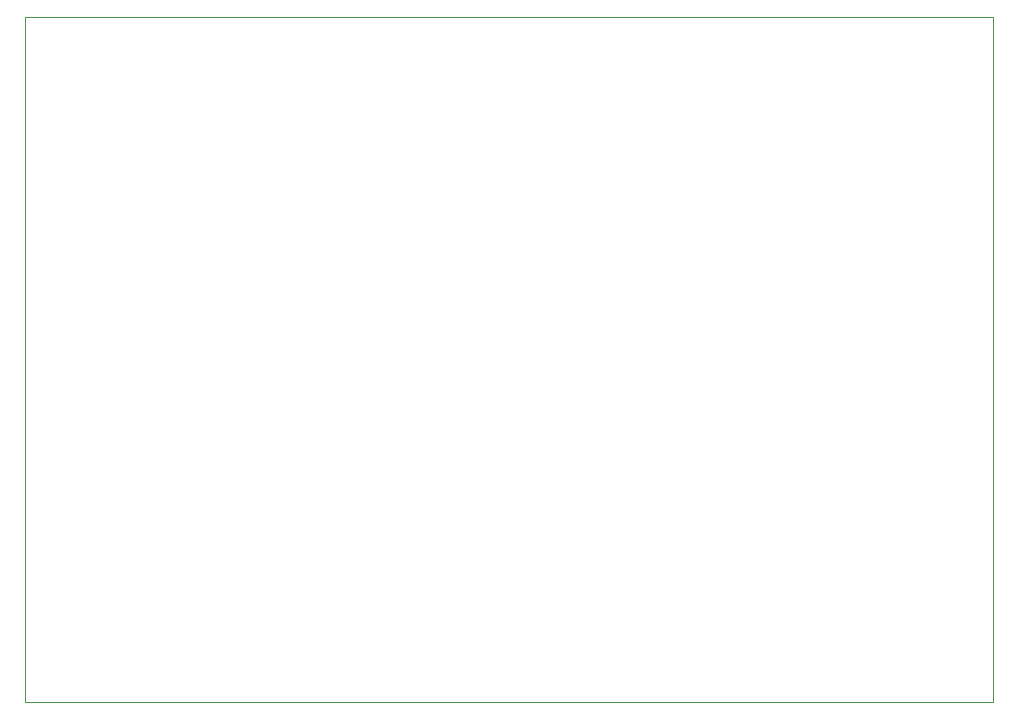
<source format=gm1>
G04 #@! TF.GenerationSoftware,KiCad,Pcbnew,7.0.10-7.0.10~ubuntu20.04.1*
G04 #@! TF.CreationDate,2024-05-01T22:25:20+02:00*
G04 #@! TF.ProjectId,endeavour,656e6465-6176-46f7-9572-2e6b69636164,rev?*
G04 #@! TF.SameCoordinates,Original*
G04 #@! TF.FileFunction,Profile,NP*
%FSLAX46Y46*%
G04 Gerber Fmt 4.6, Leading zero omitted, Abs format (unit mm)*
G04 Created by KiCad (PCBNEW 7.0.10-7.0.10~ubuntu20.04.1) date 2024-05-01 22:25:20*
%MOMM*%
%LPD*%
G01*
G04 APERTURE LIST*
G04 #@! TA.AperFunction,Profile*
%ADD10C,0.100000*%
G04 #@! TD*
G04 APERTURE END LIST*
D10*
X81675000Y-60000000D02*
X163675000Y-60000000D01*
X163675000Y-118000000D01*
X81675000Y-118000000D01*
X81675000Y-60000000D01*
M02*

</source>
